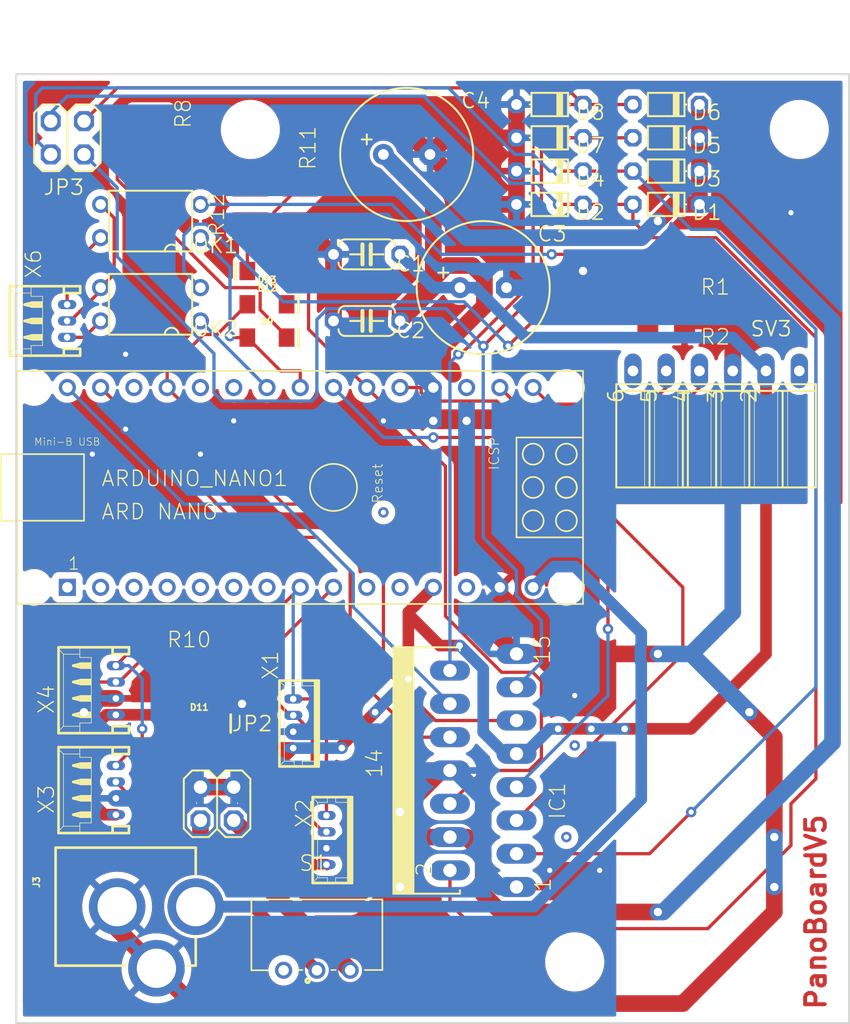
<source format=kicad_pcb>
(kicad_pcb (version 20211014) (generator pcbnew)
  (layers (0 "F.Cu" signal) (31 "B.Cu" signal) (34 "B.Paste" user) (35 "F.Paste" user) (36 "B.SilkS" user "B.Silkscreen") (37 "F.SilkS" user "F.Silkscreen") (38 "B.Mask" user) (39 "F.Mask" user) (44 "Edge.Cuts" user))
  (net 0 "")
  (net 1 "GND")
  (net 2 "V+")
  (net 3 "+5V")
  (net 4 "Net-(ARDUINO_NANO1-Pad8)")
  (net 5 "Net-(ARDUINO_NANO1-Pad9)")
  (net 6 "Net-(ARDUINO_NANO1-Pad15)")
  (net 7 "Net-(ARDUINO_NANO1-Pad16)")
  (net 8 "Net-(ARDUINO_NANO1-Pad17)")
  (net 9 "Net-(ARDUINO_NANO1-Pad20)")
  (net 10 "Net-(ARDUINO_NANO1-Pad21)")
  (net 11 "Net-(ARDUINO_NANO1-Pad22)")
  (net 12 "/SHUTTER_SNY")
  (net 13 "/FOCUS_SNY")
  (net 14 "Net-(ARDUINO_NANO1-Pad27)")
  (net 15 "Net-(ARDUINO_NANO1-Pad29)")
  (net 16 "Net-(ARDUINO_NANO1-Pad30)")
  (net 17 "Net-(D1-PadA)")
  (net 18 "Net-(D3-PadA)")
  (net 19 "Net-(D5-PadA)")
  (net 20 "Net-(D6-PadA)")
  (net 21 "Net-(D9-PadC)")
  (net 22 "Net-(D11-PadC)")
  (net 23 "Net-(D12-PadC)")
  (net 24 "Net-(D13-PadC)")
  (net 25 "Net-(OK1-Pad2)")
  (net 26 "Net-(OK1-Pad3)")
  (net 27 "Net-(OK1-Pad4)")
  (net 28 "Net-(OK2-Pad2)")
  (net 29 "Net-(OK2-Pad4)")
  (net 33 "Net-(JP2-Pad1)")
  (footprint "" (layer "F.Cu") (at 121.92 73.025)
    (fp_text reference "@HOLE0" hide)
    (fp_text value "")
  )
  (footprint "PanoBoardV4:R1210" (layer "F.Cu") (at 114.3 73.66 -90)
    (fp_text reference "R8")
    (fp_text value "220 ohm")
  )
  (footprint "PanoBoardV4:R1210" (layer "F.Cu") (at 121.92 78.74 90)
    (fp_text reference "R12")
    (fp_text value "220 ohm")
  )
  (footprint "PanoBoardV4:D-5" (layer "F.Cu") (at 153.67 76.2 180)
    (fp_text reference "D3")
    (fp_text value "DIODE-D-5")
  )
  (footprint "PanoBoardV4:LED-1206" (layer "F.Cu") (at 118.0211 118.3386)
    (fp_text reference "D11")
    (fp_text value "LED1206")
  )
  (footprint "PanoBoardV4:POWER_JACK_PTH" (layer "F.Cu") (at 104.0511 132.3086 -90)
    (fp_text reference "J3")
    (fp_text value "POWER_JACK")
  )
  (footprint "PanoBoardV4:2X02" (layer "F.Cu") (at 119.38 124.46)
    (fp_text reference "JP2")
    (fp_text value "PINHD-2X2")
  )
  (footprint "PanoBoardV4:D-5" (layer "F.Cu") (at 144.78 78.74 180)
    (fp_text reference "D2")
    (fp_text value "DIODE-D-5")
  )
  (footprint "PanoBoardV4:DIP4" (layer "F.Cu") (at 114.3 80.01 90)
    (fp_text reference "OK1")
    (fp_text value "SFH618?A")
  )
  (footprint "PanoBoardV4:LED-1206" (layer "F.Cu") (at 123.19 86.36)
    (fp_text reference "D12")
    (fp_text value "LED1206")
  )
  (footprint "PanoBoardV4:R1210" (layer "F.Cu") (at 153.67 83.82 180)
    (fp_text reference "R1")
    (fp_text value "220 ohm")
  )
  (footprint "PanoBoardV4:C050-024X044" (layer "F.Cu") (at 130.81 82.55 180)
    (fp_text reference "C1")
    (fp_text value "100nF")
  )
  (footprint "PanoBoardV4:E3,5-10" (layer "F.Cu") (at 133.858 74.93)
    (fp_text reference "C4")
    (fp_text value "CPOL-EUE3.5-10")
  )
  (footprint "PanoBoardV4:ARDUINO_NANO" (layer "F.Cu") (at 128.27 100.33)
    (fp_text reference "ARDUINO_NANO1")
    (fp_text value "ARD NANO")
  )
  (footprint "PanoBoardV4:LED-1206" (layer "F.Cu") (at 123.19 88.9)
    (fp_text reference "D9")
    (fp_text value "LED1206")
  )
  (footprint "PanoBoardV4:53048-04" (layer "F.Cu") (at 110.4011 115.7986 90)
    (fp_text reference "X4")
    (fp_text value "53?-04048")
  )
  (footprint "PanoBoardV4:D-5" (layer "F.Cu") (at 144.78 71.12 180)
    (fp_text reference "D8")
    (fp_text value "DIODE-D-5")
  )
  (footprint "PanoBoardV4:53048-04" (layer "F.Cu") (at 110.4011 123.4186 90)
    (fp_text reference "X3")
    (fp_text value "53?-04048")
  )
  (footprint "PanoBoardV4:53048-03" (layer "F.Cu") (at 106.68 87.63 90)
    (fp_text reference "X6")
    (fp_text value "53?-03048")
  )
  (footprint "PanoBoardV4:DIP4" (layer "F.Cu") (at 114.3 86.36 90)
    (fp_text reference "OK2")
    (fp_text value "SFH618?A")
  )
  (footprint "PanoBoardV4:D-5" (layer "F.Cu") (at 153.67 71.12 180)
    (fp_text reference "D6")
    (fp_text value "DIODE-D-5")
  )
  (footprint "PanoBoardV4:D-5" (layer "F.Cu") (at 153.67 73.66 180)
    (fp_text reference "D5")
    (fp_text value "DIODE-D-5")
  )
  (footprint "PanoBoardV4:FE06W" (layer "F.Cu") (at 157.48 91.44 180)
    (fp_text reference "SV3")
    (fp_text value "BlueSmirf Gold")
  )
  (footprint "PanoBoardV4:D-5" (layer "F.Cu") (at 144.78 76.2 180)
    (fp_text reference "D4")
    (fp_text value "DIODE-D-5")
  )
  (footprint "PanoBoardV4:2X02" (layer "F.Cu") (at 107.95 73.66)
    (fp_text reference "JP3")
    (fp_text value "PINHD-2X2")
  )
  (footprint "PanoBoardV4:E3,5-10" (layer "F.Cu") (at 139.7 85.09)
    (fp_text reference "C3")
    (fp_text value "CPOL-EUE3.5-10")
  )
  (footprint "PanoBoardV4:R1210" (layer "F.Cu") (at 118.0211 114.5286)
    (fp_text reference "R10")
    (fp_text value "1k")
  )
  (footprint "" (layer "F.Cu") (at 146.685 136.525)
    (fp_text reference "@HOLE3" hide)
    (fp_text value "")
  )
  (footprint "PanoBoardV4:450302014072" (layer "F.Cu") (at 127 137.16)
    (fp_text reference "S1")
    (fp_text value "450302014072")
  )
  (footprint "PanoBoardV4:53047-04" (layer "F.Cu") (at 125.6411 118.3386 90)
    (fp_text reference "X1")
    (fp_text value "53?-04047")
  )
  (footprint "" (layer "F.Cu") (at 163.83 73.025)
    (fp_text reference "@HOLE2" hide)
    (fp_text value "")
  )
  (footprint "PanoBoardV4:R1210" (layer "F.Cu") (at 125.73 78.74 -90)
    (fp_text reference "R11")
    (fp_text value "220 ohm")
  )
  (footprint "PanoBoardV4:53047-04" (layer "F.Cu") (at 128.1811 127.2286 90)
    (fp_text reference "X2")
    (fp_text value "53?-04047")
  )
  (footprint "PanoBoardV4:R1210" (layer "F.Cu") (at 153.67 87.63 180)
    (fp_text reference "R2")
    (fp_text value "220 ohm")
  )
  (footprint "PanoBoardV4:LED-1206" (layer "F.Cu") (at 123.19 83.82 180)
    (fp_text reference "D13")
    (fp_text value "LED1206")
  )
  (footprint "PanoBoardV4:MULTIWATT-15" (layer "F.Cu") (at 134.62 121.92 90)
    (fp_text reference "IC1")
    (fp_text value "L298")
  )
  (footprint "PanoBoardV4:D-5" (layer "F.Cu") (at 153.67 78.74 180)
    (fp_text reference "D1")
    (fp_text value "DIODE-D-5")
  )
  (footprint "PanoBoardV4:C050-024X044" (layer "F.Cu") (at 130.81 87.63 180)
    (fp_text reference "C2")
    (fp_text value "100nF")
  )
  (footprint "PanoBoardV4:D-5" (layer "F.Cu") (at 144.78 73.66 180)
    (fp_text reference "D7")
    (fp_text value "DIODE-D-5")
  )
  (gr_line (start 167.64 141.1986) (end 104.0511 141.1986) (layer "Edge.Cuts") (width 0.1524))
  (gr_line (start 104.0511 141.1986) (end 104.0511 68.8086) (layer "Edge.Cuts") (width 0.1524))
  (gr_line (start 104.0511 68.8086) (end 167.64 68.8086) (layer "Edge.Cuts") (width 0.1524))
  (gr_line (start 167.64 68.8086) (end 167.64 141.1986) (layer "Edge.Cuts") (width 0.1524))
  (gr_text "PanoBoardV5" (at 165.1 132.715 90) (layer "F.Cu") (effects (font (size 1.5 1.5) (thickness 0.3))))
  (via (at 132.08 102.235) (size 0.8) (drill 0.4) (layers "F.Cu" "B.Cu") (net 0))
  (via (at 146.05 127) (size 0.8) (drill 0.4) (layers "F.Cu" "B.Cu") (net 0))
  (via (at 146.685 120.015) (size 0.8) (drill 0.4) (layers "F.Cu" "B.Cu") (net 0))
  (segment (start 130.81 72.39) (end 133.096 72.39) (width 1.27) (layer "F.Cu") (net 1))
  (segment (start 128.27 82.55) (end 128.14 82.55) (width 1.27) (layer "F.Cu") (net 1))
  (segment (start 136.906 73.66) (end 135.636 74.93) (width 1.27) (layer "F.Cu") (net 1))
  (segment (start 139.065 139.7) (end 154.94 139.7) (width 1.27) (layer "F.Cu") (net 1))
  (segment (start 134.896441 135.531441) (end 139.065 139.7) (width 1.27) (layer "F.Cu") (net 1))
  (segment (start 142.24 84.328) (end 141.478 85.09) (width 1.27) (layer "F.Cu") (net 1))
  (segment (start 161.925 127) (end 161.925 119.38) (width 1.27) (layer "F.Cu") (net 1))
  (segment (start 158.75 91.44) (end 158.75 87.5) (width 1.27) (layer "F.Cu") (net 1))
  (segment (start 110.2714 116.4236) (end 109.22 117.475) (width 1.27) (layer "F.Cu") (net 1))
  (segment (start 121.92 77.34) (end 122.05 77.34) (width 1.27) (layer "F.Cu") (net 1))
  (segment (start 114.3 75.06) (end 119.64 75.06) (width 1.27) (layer "F.Cu") (net 1))
  (segment (start 111.7511 134.0086) (end 114.7511 137.0086) (width 1.27) (layer "F.Cu") (net 1))
  (segment (start 128.14 82.55) (end 125.73 80.14) (width 1.27) (layer "F.Cu") (net 1))
  (segment (start 111.6511 116.4236) (end 110.2714 116.4236) (width 1.27) (layer "F.Cu") (net 1))
  (segment (start 122.05 77.34) (end 124.46 74.93) (width 1.27) (layer "F.Cu") (net 1))
  (segment (start 142.24 73.66) (end 136.906 73.66) (width 1.27) (layer "F.Cu") (net 1))
  (segment (start 133.35 135.531441) (end 134.896441 135.531441) (width 1.27) (layer "F.Cu") (net 1))
  (segment (start 136.525 121.92) (end 133.35 125.095) (width 1.27) (layer "F.Cu") (net 1))
  (segment (start 129.181441 139.7) (end 117.4425 139.7) (width 1.27) (layer "F.Cu") (net 1))
  (segment (start 118.11 123.19) (end 120.65 123.19) (width 1.27) (layer "F.Cu") (net 1))
  (segment (start 142.24 78.74) (end 142.24 84.328) (width 1.27) (layer "F.Cu") (net 1))
  (segment (start 129.54 73.66) (end 130.81 72.39) (width 1.27) (layer "F.Cu") (net 1))
  (segment (start 119.64 75.06) (end 121.92 77.34) (width 1.27) (layer "F.Cu") (net 1))
  (segment (start 142.24 71.12) (end 142.24 73.66) (width 1.27) (layer "F.Cu") (net 1))
  (segment (start 142.24 78.74) (end 139.446 78.74) (width 1.27) (layer "F.Cu") (net 1))
  (segment (start 161.925 132.715) (end 161.925 130.81) (width 1.27) (layer "F.Cu") (net 1))
  (segment (start 142.24 76.2) (end 142.24 78.74) (width 1.27) (layer "F.Cu") (net 1))
  (segment (start 138.43 95.25) (end 135.89 95.25) (width 1.27) (layer "F.Cu") (net 1))
  (segment (start 154.94 139.7) (end 161.925 132.715) (width 1.27) (layer "F.Cu") (net 1))
  (segment (start 133.096 72.39) (end 135.636 74.93) (width 1.27) (layer "F.Cu") (net 1))
  (segment (start 133.35 130.81) (end 133.35 135.531441) (width 1.27) (layer "F.Cu") (net 1))
  (segment (start 137.16 121.92) (end 136.525 121.92) (width 1.27) (layer "F.Cu") (net 1))
  (segment (start 125.73 80.14) (end 126.28 80.14) (width 1.27) (layer "F.Cu") (net 1))
  (segment (start 128.27 74.93) (end 129.54 73.66) (width 1.27) (layer "F.Cu") (net 1))
  (segment (start 117.4425 139.7) (end 114.7511 137.0086) (width 1.27) (layer "F.Cu") (net 1))
  (segment (start 124.46 74.93) (end 128.27 74.93) (width 1.27) (layer "F.Cu") (net 1))
  (segment (start 111.7511 132.3086) (end 111.7511 134.0086) (width 1.27) (layer "F.Cu") (net 1))
  (segment (start 158.75 87.5) (end 155.07 83.82) (width 1.27) (layer "F.Cu") (net 1))
  (segment (start 139.446 78.74) (end 135.636 74.93) (width 1.27) (layer "F.Cu") (net 1))
  (segment (start 142.24 73.66) (end 142.24 76.2) (width 1.27) (layer "F.Cu") (net 1))
  (segment (start 158.62 87.63) (end 158.75 87.5) (width 1.27) (layer "F.Cu") (net 1))
  (segment (start 133.35 135.531441) (end 129.181441 139.7) (width 1.27) (layer "F.Cu") (net 1))
  (segment (start 119.4211 114.5286) (end 119.4211 114.9761) (width 1.27) (layer "F.Cu") (net 1))
  (segment (start 129.54 76.88) (end 129.54 73.66) (width 1.27) (layer "F.Cu") (net 1))
  (segment (start 119.4211 114.9761) (end 121.285 116.84) (width 1.27) (layer "F.Cu") (net 1))
  (segment (start 140.97 111.76) (end 142.24 113.03) (width 1.27) (layer "F.Cu") (net 1))
  (segment (start 153.035 113.03) (end 142.24 113.03) (width 1.27) (layer "F.Cu") (net 1))
  (segment (start 128.27 82.55) (end 128.27 87.63) (width 1.27) (layer "F.Cu") (net 1))
  (segment (start 126.28 80.14) (end 129.54 76.88) (width 1.27) (layer "F.Cu") (net 1))
  (segment (start 161.925 119.38) (end 160.02 117.475) (width 1.27) (layer "F.Cu") (net 1))
  (segment (start 140.97 107.95) (end 140.97 111.76) (width 1.27) (layer "F.Cu") (net 1))
  (segment (start 155.07 87.63) (end 158.62 87.63) (width 1.27) (layer "F.Cu") (net 1))
  (via (at 132.08 95.25) (size 0.8) (drill 0.4) (layers "F.Cu" "B.Cu") (net 1))
  (via (at 161.925 130.81) (size 1.0414) (drill 0.635) (layers "F.Cu" "B.Cu") (net 1))
  (via (at 118.11 97.79) (size 0.8) (drill 0.4) (layers "F.Cu" "B.Cu") (net 1))
  (via (at 161.925 127) (size 1.0414) (drill 0.635) (layers "F.Cu" "B.Cu") (net 1))
  (via (at 160.02 117.475) (size 1.0414) (drill 0.635) (layers "F.Cu" "B.Cu") (net 1))
  (via (at 112.395 95.885) (size 0.8) (drill 0.4) (layers "F.Cu" "B.Cu") (net 1))
  (via (at 109.22 117.475) (size 1.0414) (drill 0.635) (layers "F.Cu" "B.Cu") (net 1))
  (via (at 135.89 95.25) (size 1.0414) (drill 0.635) (layers "F.Cu" "B.Cu") (net 1))
  (via (at 147.32 83.82) (size 1.0414) (drill 0.635) (layers "F.Cu" "B.Cu") (net 1))
  (via (at 148.59 129.54) (size 0.8) (drill 0.4) (layers "F.Cu" "B.Cu") (net 1))
  (via (at 133.35 130.81) (size 1.0414) (drill 0.635) (layers "F.Cu" "B.Cu") (net 1))
  (via (at 144.78 129.54) (size 0.8) (drill 0.4) (layers "F.Cu" "B.Cu") (net 1))
  (via (at 121.285 116.84) (size 1.0414) (drill 0.635) (layers "F.Cu" "B.Cu") (net 1))
  (via (at 109.855 97.79) (size 0.8) (drill 0.4) (layers "F.Cu" "B.Cu") (net 1))
  (via (at 153.035 113.03) (size 1.0414) (drill 0.635) (layers "F.Cu" "B.Cu") (net 1))
  (via (at 138.43 95.25) (size 1.0414) (drill 0.635) (layers "F.Cu" "B.Cu") (net 1))
  (via (at 163.195 79.375) (size 0.8) (drill 0.4) (layers "F.Cu" "B.Cu") (net 1))
  (via (at 112.395 90.17) (size 0.8) (drill 0.4) (layers "F.Cu" "B.Cu") (net 1))
  (via (at 120.65 95.25) (size 0.8) (drill 0.4) (layers "F.Cu" "B.Cu") (net 1))
  (via (at 133.35 125.095) (size 1.0414) (drill 0.635) (layers "F.Cu" "B.Cu") (net 1))
  (via (at 146.685 116.205) (size 0.8) (drill 0.4) (layers "F.Cu" "B.Cu") (net 1))
  (segment (start 120.65 123.19) (end 125.3136 127.8536) (width 1.27) (layer "B.Cu") (net 1))
  (segment (start 137.572503 121.92) (end 137.16 121.92) (width 1.27) (layer "B.Cu") (net 1))
  (segment (start 139.7 124.047497) (end 137.572503 121.92) (width 1.27) (layer "B.Cu") (net 1))
  (segment (start 118.11 123.19) (end 117.2564 124.0436) (width 1.27) (layer "B.Cu") (net 1))
  (segment (start 161.925 130.81) (end 161.925 127) (width 1.27) (layer "B.Cu") (net 1))
  (segment (start 140.97 107.95) (end 138.43 105.41) (width 1.27) (layer "B.Cu") (net 1))
  (segment (start 117.2564 124.0436) (end 111.6511 124.0436) (width 1.27) (layer "B.Cu") (net 1))
  (segment (start 130.175 89.535) (end 128.27 87.63) (width 1.27) (layer "B.Cu") (net 1))
  (segment (start 134.62 121.92) (end 137.16 121.92) (width 1.27) (layer "B.Cu") (net 1))
  (segment (start 153.035 113.03) (end 155.575 113.03) (width 1.27) (layer "B.Cu") (net 1))
  (segment (start 133.35 125.095) (end 133.35 130.81) (width 1.27) (layer "B.Cu") (net 1))
  (segment (start 132.715 89.535) (end 130.175 89.535) (width 1.27) (layer "B.Cu") (net 1))
  (segment (start 139.7 129.54) (end 139.7 124.047497) (width 1.27) (layer "B.Cu") (net 1))
  (segment (start 135.89 95.25) (end 135.89 92.71) (width 1.27) (layer "B.Cu") (net 1))
  (segment (start 114.935 120.015) (end 118.11 123.19) (width 1.27) (layer "B.Cu") (net 1))
  (segment (start 127.7311 127.8536) (end 128.6864 127.8536) (width 1.27) (layer "B.Cu") (net 1))
  (segment (start 121.285 116.84) (end 121.285 122.555) (width 1.27) (layer "B.Cu") (net 1))
  (segment (start 125.1911 118.9636) (end 131.6636 118.9636) (width 1.27) (layer "B.Cu") (net 1))
  (segment (start 109.22 117.475) (end 111.76 120.015) (width 1.27) (layer "B.Cu") (net 1))
  (segment (start 131.6636 118.9636) (end 134.62 121.92) (width 1.27) (layer "B.Cu") (net 1))
  (segment (start 155.575 113.03) (end 158.75 109.855) (width 1.27) (layer "B.Cu") (net 1))
  (segment (start 140.97 130.81) (end 139.7 129.54) (width 1.27) (layer "B.Cu") (net 1))
  (segment (start 128.6864 127.8536) (end 134.62 121.92) (width 1.27) (layer "B.Cu") (net 1))
  (segment (start 158.75 109.855) (end 158.75 91.44) (width 1.27) (layer "B.Cu") (net 1))
  (segment (start 111.76 120.015) (end 114.935 120.015) (width 1.27) (layer "B.Cu") (net 1))
  (segment (start 146.05 85.09) (end 147.32 83.82) (width 1.27) (layer "B.Cu") (net 1))
  (segment (start 138.43 105.41) (end 138.43 95.25) (width 1.27) (layer "B.Cu") (net 1))
  (segment (start 142.24 130.81) (end 140.97 130.81) (width 1.27) (layer "B.Cu") (net 1))
  (segment (start 125.3136 127.8536) (end 127.7311 127.8536) (width 1.27) (layer "B.Cu") (net 1))
  (segment (start 141.478 85.09) (end 146.05 85.09) (width 1.27) (layer "B.Cu") (net 1))
  (segment (start 160.02 117.475) (end 155.575 113.03) (width 1.27) (layer "B.Cu") (net 1))
  (segment (start 135.89 92.71) (end 132.715 89.535) (width 1.27) (layer "B.Cu") (net 1))
  (segment (start 121.285 122.555) (end 120.65 123.19) (width 1.27) (layer "B.Cu") (net 1))
  (segment (start 139.78938 84.321912) (end 139.78938 86.497073) (width 1.27) (layer "F.Cu") (net 2))
  (segment (start 137.411122 91.691122) (end 137.303364 91.356911) (width 1.27) (layer "F.Cu") (net 2))
  (segment (start 136.91822 83.40138) (end 138.868848 83.40138) (width 1.27) (layer "F.Cu") (net 2))
  (segment (start 129.54 132.08) (end 134.62 127) (width 1.27) (layer "F.Cu") (net 2))
  (segment (start 156.21 76.2) (end 156.21 78.74) (width 1.27) (layer "F.Cu") (net 2))
  (segment (start 156.21 78.74) (end 154.305 78.74) (width 1.27) (layer "F.Cu") (net 2))
  (segment (start 156.21 71.12) (end 156.21 73.66) (width 1.27) (layer "F.Cu") (net 2))
  (segment (start 133.35 87.63) (end 133.35 86.9696) (width 1.27) (layer "F.Cu") (net 2))
  (segment (start 153.035 132.715) (end 141.048813 132.715) (width 1.27) (layer "F.Cu") (net 2))
  (segment (start 137.303364 91.583364) (end 137.411122 91.691122) (width 1.27) (layer "F.Cu") (net 2))
  (segment (start 133.35 86.9696) (end 136.91822 83.40138) (width 1.27) (layer "F.Cu") (net 2))
  (segment (start 138.43 127) (end 137.16 127) (width 1.27) (layer "F.Cu") (net 2))
  (segment (start 136.608089 90.888089) (end 137.411122 91.691122) (width 1.27) (layer "F.Cu") (net 2))
  (segment (start 138.868848 83.40138) (end 139.78938 84.321912) (width 1.27) (layer "F.Cu") (net 2))
  (segment (start 136.608089 89.678364) (end 136.608089 90.888089) (width 1.27) (layer "F.Cu") (net 2))
  (segment (start 135.89 78.74) (end 135.89 85.09) (width 1.27) (layer "F.Cu") (net 2))
  (segment (start 156.21 73.66) (end 156.21 76.2) (width 1.27) (layer "F.Cu") (net 2))
  (segment (start 139.78938 86.497073) (end 136.608089 89.678364) (width 1.27) (layer "F.Cu") (net 2))
  (segment (start 134.62 127) (end 137.16 127) (width 1.27) (layer "F.Cu") (net 2))
  (segment (start 154.305 78.74) (end 153.035 80.01) (width 1.27) (layer "F.Cu") (net 2))
  (segment (start 139.7 131.366187) (end 139.7 128.27) (width 1.27) (layer "F.Cu") (net 2))
  (segment (start 120.65 125.73) (end 127 132.08) (width 1.27) (layer "F.Cu") (net 2))
  (segment (start 141.048813 132.715) (end 139.7 131.366187) (width 1.27) (layer "F.Cu") (net 2))
  (segment (start 127 132.08) (end 129.54 132.08) (width 1.27) (layer "F.Cu") (net 2))
  (segment (start 139.7 128.27) (end 138.43 127) (width 1.27) (layer "F.Cu") (net 2))
  (segment (start 132.08 74.93) (end 135.89 78.74) (width 1.27) (layer "F.Cu") (net 2))
  (segment (start 137.303364 91.356911) (end 137.303364 91.583364) (width 1.27) (layer "F.Cu") (net 2))
  (segment (start 135.89 85.09) (end 133.35 87.63) (width 1.27) (layer "F.Cu") (net 2))
  (via (at 153.035 80.01) (size 1.0414) (drill 0.635) (layers "F.Cu" "B.Cu") (net 2))
  (via (at 153.035 132.715) (size 1.0414) (drill 0.635) (layers "F.Cu" "B.Cu") (net 2))
  (segment (start 157.48 78.74) (end 156.21 78.74) (width 1.27) (layer "B.Cu") (net 2))
  (segment (start 138.43 81.28) (end 132.08 74.93) (width 1.27) (layer "B.Cu") (net 2))
  (segment (start 153.035 80.01) (end 151.765 81.28) (width 1.27) (layer "B.Cu") (net 2))
  (segment (start 166.37 87.63) (end 157.48 78.74) (width 1.27) (layer "B.Cu") (net 2))
  (segment (start 151.765 81.28) (end 138.43 81.28) (width 1.27) (layer "B.Cu") (net 2))
  (segment (start 153.443547 132.715) (end 166.37 119.788547) (width 1.27) (layer "B.Cu") (net 2))
  (segment (start 166.37 119.788547) (end 166.37 87.63) (width 1.27) (layer "B.Cu") (net 2))
  (segment (start 153.035 132.715) (end 153.443547 132.715) (width 1.27) (layer "B.Cu") (net 2))
  (segment (start 147.955 118.745) (end 145.415 118.745) (width 0.889) (layer "F.Cu") (net 3))
  (segment (start 125.1911 120.2136) (end 124.46 120.9447) (width 0.889) (layer "F.Cu") (net 3))
  (segment (start 133.985 109.855) (end 135.89 107.95) (width 0.889) (layer "F.Cu") (net 3))
  (segment (start 111.6511 125.2936) (end 110.7621 125.2936) (width 0.889) (layer "F.Cu") (net 3))
  (segment (start 161.29 113.03) (end 161.29 91.44) (width 0.889) (layer "F.Cu") (net 3))
  (segment (start 128.905 120.2077) (end 128.905 120.015) (width 0.889) (layer "F.Cu") (net 3))
  (segment (start 150.495 118.745) (end 155.575 118.745) (width 0.889) (layer "F.Cu") (net 3))
  (segment (start 155.575 118.745) (end 161.29 113.03) (width 0.889) (layer "F.Cu") (net 3))
  (segment (start 118.377519 120.195019) (end 125.172519 120.195019) (width 0.889) (layer "F.Cu") (net 3))
  (segment (start 124.46 127) (end 126.5636 129.1036) (width 0.889) (layer "F.Cu") (net 3))
  (segment (start 110.7621 125.2936) (end 109.22 123.7515) (width 0.889) (layer "F.Cu") (net 3))
  (segment (start 133.985 114.935) (end 133.985 109.855) (width 0.889) (layer "F.Cu") (net 3))
  (segment (start 109.22 123.7515) (end 109.22 119.38) (width 0.889) (layer "F.Cu") (net 3))
  (segment (start 128.905 120.015) (end 131.445 117.475) (width 0.889) (layer "F.Cu") (net 3))
  (segment (start 115.8561 117.6736) (end 116.5211 118.3386) (width 0.889) (layer "F.Cu") (net 3))
  (segment (start 137.8941 112.395) (end 136.381905 112.395) (width 0.889) (layer "F.Cu") (net 3))
  (segment (start 110.9264 117.6736) (end 111.6511 117.6736) (width 0.889) (layer "F.Cu") (net 3))
  (segment (start 109.22 119.38) (end 110.9264 117.6736) (width 0.889) (layer "F.Cu") (net 3))
  (segment (start 116.5211 118.3386) (end 118.377519 120.195019) (width 0.889) (layer "F.Cu") (net 3))
  (segment (start 125.172519 120.195019) (end 125.1911 120.2136) (width 0.889) (layer "F.Cu") (net 3))
  (segment (start 126.5636 129.1036) (end 127.7311 129.1036) (width 0.889) (layer "F.Cu") (net 3))
  (segment (start 111.6511 117.6736) (end 115.8561 117.6736) (width 0.889) (layer "F.Cu") (net 3))
  (segment (start 133.985 109.998095) (end 133.985 109.855) (width 0.889) (layer "F.Cu") (net 3))
  (segment (start 124.46 120.9447) (end 124.46 127) (width 0.889) (layer "F.Cu") (net 3))
  (segment (start 136.381905 112.395) (end 133.985 109.998095) (width 0.889) (layer "F.Cu") (net 3))
  (via (at 133.985 114.935) (size 0.9144) (drill 0.508) (layers "F.Cu" "B.Cu") (net 3))
  (via (at 128.905 120.2077) (size 0.9144) (drill 0.508) (layers "F.Cu" "B.Cu") (net 3))
  (via (at 137.8941 112.395) (size 0.9144) (drill 0.508) (layers "F.Cu" "B.Cu") (net 3))
  (via (at 147.955 118.745) (size 0.9144) (drill 0.508) (layers "F.Cu" "B.Cu") (net 3))
  (via (at 131.445 117.475) (size 0.9144) (drill 0.508) (layers "F.Cu" "B.Cu") (net 3))
  (via (at 150.495 118.745) (size 0.9144) (drill 0.508) (layers "F.Cu" "B.Cu") (net 3))
  (via (at 145.415 118.745) (size 0.9144) (drill 0.508) (layers "F.Cu" "B.Cu") (net 3))
  (segment (start 142.24 120.65) (end 141.351 120.65) (width 0.889) (layer "B.Cu") (net 3))
  (segment (start 139.7 114.935) (end 139.7 114.156905) (width 0.889) (layer "B.Cu") (net 3))
  (segment (start 158.75 88.9) (end 142.9385 88.9) (width 0.889) (layer "B.Cu") (net 3))
  (segment (start 139.7 114.156905) (end 137.938095 112.395) (width 0.889) (layer "B.Cu") (net 3))
  (segment (start 139.7 118.999) (end 139.7 114.935) (width 0.889) (layer "B.Cu") (net 3))
  (segment (start 142.875 120.65) (end 142.24 120.65) (width 0.889) (layer "B.Cu") (net 3))
  (segment (start 137.938095 112.395) (end 137.8941 112.395) (width 0.889) (layer "B.Cu") (net 3))
  (segment (start 161.29 91.44) (end 158.75 88.9) (width 0.889) (layer "B.Cu") (net 3))
  (segment (start 145.415 118.745) (end 144.78 118.745) (width 0.889) (layer "B.Cu") (net 3))
  (segment (start 137.922 85.09) (end 135.89 85.09) (width 0.889) (layer "B.Cu") (net 3))
  (segment (start 131.445 117.475) (end 133.985 114.935) (width 0.889) (layer "B.Cu") (net 3))
  (segment (start 125.1911 120.2136) (end 128.8991 120.2136) (width 0.889) (layer "B.Cu") (net 3))
  (segment (start 135.89 85.09) (end 133.35 82.55) (width 0.889) (layer "B.Cu") (net 3))
  (segment (start 142.9385 88.9) (end 139.1285 85.09) (width 0.889) (layer "B.Cu") (net 3))
  (segment (start 139.1285 85.09) (end 137.922 85.09) (width 0.889) (layer "B.Cu") (net 3))
  (segment (start 144.78 118.745) (end 142.875 120.65) (width 0.889) (layer "B.Cu") (net 3))
  (segment (start 142.24 120.65) (end 143.129 120.65) (width 0.889) (layer "B.Cu") (net 3))
  (segment (start 150.495 118.745) (end 147.955 118.745) (width 0.889) (layer "B.Cu") (net 3))
  (segment (start 128.8991 120.2136) (end 128.905 120.2077) (width 0.889) (layer "B.Cu") (net 3))
  (segment (start 141.351 120.65) (end 139.7 118.999) (width 0.889) (layer "B.Cu") (net 3))
  (segment (start 121.92 111.76) (end 125.73 107.95) (width 0.25) (layer "F.Cu") (net 4))
  (segment (start 113.665 119.5297) (end 113.665 119.38) (width 0.25) (layer "F.Cu") (net 4))
  (segment (start 113.8147 111.76) (end 121.92 111.76) (width 0.25) (layer "F.Cu") (net 4))
  (segment (start 111.6511 121.5436) (end 113.665 119.5297) (width 0.25) (layer "F.Cu") (net 4))
  (segment (start 113.665 119.38) (end 113.665 118.745) (width 0.25) (layer "F.Cu") (net 4))
  (segment (start 126.6236 116.4636) (end 125.1911 116.4636) (width 0.25) (layer "F.Cu") (net 4))
  (segment (start 111.6511 113.9236) (end 113.8147 111.76) (width 0.25) (layer "F.Cu") (net 4))
  (segment (start 127.7311 125.3536) (end 127.7311 117.5711) (width 0.25) (layer "F.Cu") (net 4))
  (segment (start 127.7311 117.5711) (end 126.6236 116.4636) (width 0.25) (layer "F.Cu") (net 4))
  (via (at 113.665 118.745) (size 0.8) (drill 0.4) (layers "F.Cu" "B.Cu") (net 4))
  (segment (start 112.6536 113.9236) (end 111.6511 113.9236) (width 0.25) (layer "B.Cu") (net 4))
  (segment (start 125.1911 116.4636) (end 125.1911 108.4889) (width 0.25) (layer "B.Cu") (net 4))
  (segment (start 125.1911 108.4889) (end 125.73 107.95) (width 0.25) (layer "B.Cu") (net 4))
  (segment (start 113.665 114.935) (end 112.6536 113.9236) (width 0.25) (layer "B.Cu") (net 4))
  (segment (start 113.665 118.745) (end 113.665 114.935) (width 0.25) (layer "B.Cu") (net 4))
  (segment (start 113.03 124.1725) (end 113.03 126.365) (width 0.25) (layer "F.Cu") (net 5))
  (segment (start 126.643958 119.023958) (end 125.3336 117.7136) (width 0.25) (layer "F.Cu") (net 5))
  (segment (start 111.6511 122.7936) (end 113.03 124.1725) (width 0.25) (layer "F.Cu") (net 5))
  (segment (start 111.6511 115.1736) (end 111.9011 115.1736) (width 0.25) (layer "F.Cu") (net 5))
  (segment (start 121.92 114.3) (end 121.92 114.6925) (width 0.25) (layer "F.Cu") (net 5))
  (segment (start 127.7311 126.6036) (end 127.4811 126.6036) (width 0.25) (layer "F.Cu") (net 5))
  (segment (start 113.03 126.365) (end 112.395 127) (width 0.25) (layer "F.Cu") (net 5))
  (segment (start 111.9011 115.1736) (end 114.81118 112.26352) (width 0.25) (layer "F.Cu") (net 5))
  (segment (start 107.95 125.73) (end 107.95 116.84) (width 0.25) (layer "F.Cu") (net 5))
  (segment (start 119.88352 112.26352) (end 121.92 114.3) (width 0.25) (layer "F.Cu") (net 5))
  (segment (start 126.643958 125.766458) (end 126.643958 119.023958) (width 0.25) (layer "F.Cu") (net 5))
  (segment (start 109.6164 115.1736) (end 111.6511 115.1736) (width 0.25) (layer "F.Cu") (net 5))
  (segment (start 121.92 114.6925) (end 124.9411 117.7136) (width 0.25) (layer "F.Cu") (net 5))
  (segment (start 107.95 116.84) (end 109.6164 115.1736) (width 0.25) (layer "F.Cu") (net 5))
  (segment (start 128.27 107.95) (end 121.92 114.3) (width 0.25) (layer "F.Cu") (net 5))
  (segment (start 109.22 127) (end 107.95 125.73) (width 0.25) (layer "F.Cu") (net 5))
  (segment (start 114.81118 112.26352) (end 119.88352 112.26352) (width 0.25) (layer "F.Cu") (net 5))
  (segment (start 112.395 127) (end 109.22 127) (width 0.25) (layer "F.Cu") (net 5))
  (segment (start 125.3336 117.7136) (end 125.1911 117.7136) (width 0.25) (layer "F.Cu") (net 5))
  (segment (start 124.9411 117.7136) (end 125.1911 117.7136) (width 0.25) (layer "F.Cu") (net 5))
  (segment (start 127.4811 126.6036) (end 126.643958 125.766458) (width 0.25) (layer "F.Cu") (net 5))
  (segment (start 127 137.16) (end 122.1486 132.3086) (width 0.889) (layer "F.Cu") (net 6))
  (segment (start 122.1486 132.3086) (end 117.7511 132.3086) (width 0.889) (layer "F.Cu") (net 6))
  (segment (start 143.56818 132.3086) (end 151.765 124.11178) (width 0.889) (layer "B.Cu") (net 6))
  (segment (start 151.765 124.11178) (end 151.765 113.645174) (width 0.889) (layer "B.Cu") (net 6))
  (segment (start 146.70571 106.366979) (end 145.093021 106.366979) (width 0.889) (layer "B.Cu") (net 6))
  (segment (start 145.093021 106.366979) (end 143.51 107.95) (width 0.889) (layer "B.Cu") (net 6))
  (segment (start 117.7511 132.3086) (end 143.56818 132.3086) (width 0.889) (layer "B.Cu") (net 6))
  (segment (start 151.765 112.414826) (end 151.765 111.426269) (width 0.889) (layer "B.Cu") (net 6))
  (segment (start 151.765 113.645174) (end 151.70198 113.582154) (width 0.889) (layer "B.Cu") (net 6))
  (segment (start 151.70198 113.582154) (end 151.70198 112.477846) (width 0.889) (layer "B.Cu") (net 6))
  (segment (start 151.70198 112.477846) (end 151.765 112.414826) (width 0.889) (layer "B.Cu") (net 6))
  (segment (start 151.765 111.426269) (end 146.70571 106.366979) (width 0.889) (layer "B.Cu") (net 6))
  (segment (start 143.51 92.71) (end 144.78 93.98) (width 0.25) (layer "F.Cu") (net 7))
  (segment (start 152.4 93.98) (end 153.67 92.71) (width 0.25) (layer "F.Cu") (net 7))
  (segment (start 153.67 92.71) (end 153.67 91.44) (width 0.25) (layer "F.Cu") (net 7))
  (segment (start 144.78 93.98) (end 152.4 93.98) (width 0.25) (layer "F.Cu") (net 7))
  (segment (start 156.21 92.71) (end 156.21 91.44) (width 0.25) (layer "F.Cu") (net 8))
  (segment (start 140.97 92.71) (end 142.743519 94.483519) (width 0.25) (layer "F.Cu") (net 8))
  (segment (start 142.743519 94.483519) (end 154.436481 94.483519) (width 0.25) (layer "F.Cu") (net 8))
  (segment (start 154.436481 94.483519) (end 156.21 92.71) (width 0.25) (layer "F.Cu") (net 8))
  (segment (start 140.732511 93.742511) (end 135.606003 93.742511) (width 0.25) (layer "F.Cu") (net 9))
  (segment (start 135.606003 93.742511) (end 134.959089 93.095597) (width 0.25) (layer "F.Cu") (net 9))
  (segment (start 154.94 113.03) (end 154.94 107.95) (width 0.25) (layer "F.Cu") (net 9))
  (segment (start 134.959089 93.095597) (end 134.959089 92.71) (width 0.25) (layer "F.Cu") (net 9))
  (segment (start 154.94 107.95) (end 140.732511 93.742511) (width 0.25) (layer "F.Cu") (net 9))
  (segment (start 142.24 125.73) (end 154.94 113.03) (width 0.25) (layer "F.Cu") (net 9))
  (segment (start 134.959089 92.71) (end 133.35 92.71) (width 0.25) (layer "F.Cu") (net 9))
  (segment (start 126.365 88.265) (end 126.365 85.495) (width 0.25) (layer "F.Cu") (net 10))
  (segment (start 136.820911 110.150911) (end 136.820911 98.720911) (width 0.25) (layer "F.Cu") (net 10))
  (segment (start 139.7 121.92) (end 143.201254 121.92) (width 0.25) (layer "F.Cu") (net 10))
  (segment (start 137.16 124.46) (end 139.7 121.92) (width 0.25) (layer "F.Cu") (net 10))
  (segment (start 143.474418 114.42948) (end 141.09948 114.42948) (width 0.25) (layer "F.Cu") (net 10))
  (segment (start 130.81 92.71) (end 126.365 88.265) (width 0.25) (layer "F.Cu") (net 10))
  (segment (start 126.365 85.495) (end 124.69 83.82) (width 0.25) (layer "F.Cu") (net 10))
  (segment (start 136.820911 98.720911) (end 130.81 92.71) (width 0.25) (layer "F.Cu") (net 10))
  (segment (start 143.201254 121.92) (end 144.14252 120.978734) (width 0.25) (layer "F.Cu") (net 10))
  (segment (start 144.14252 115.097582) (end 143.474418 114.42948) (width 0.25) (layer "F.Cu") (net 10))
  (segment (start 144.14252 120.978734) (end 144.14252 115.097582) (width 0.25) (layer "F.Cu") (net 10))
  (segment (start 141.09948 114.42948) (end 136.820911 110.150911) (width 0.25) (layer "F.Cu") (net 10))
  (segment (start 149.225 111.125) (end 149.225 105.41) (width 0.25) (layer "F.Cu") (net 11))
  (segment (start 140.335 96.52) (end 135.89 96.52) (width 0.25) (layer "F.Cu") (net 11))
  (segment (start 149.225 105.41) (end 140.97 97.155) (width 0.25) (layer "F.Cu") (net 11))
  (segment (start 140.97 97.155) (end 140.335 96.52) (width 0.25) (layer "F.Cu") (net 11))
  (via (at 135.89 96.52) (size 0.8) (drill 0.4) (layers "F.Cu" "B.Cu") (net 11))
  (via (at 149.225 111.125) (size 0.8) (drill 0.4) (layers "F.Cu" "B.Cu") (net 11))
  (segment (start 135.89 96.52) (end 132.08 96.52) (width 0.25) (layer "B.Cu") (net 11))
  (segment (start 142.24 123.19) (end 149.225 116.205) (width 0.25) (layer "B.Cu") (net 11))
  (segment (start 132.08 96.52) (end 128.27 92.71) (width 0.25) (layer "B.Cu") (net 11))
  (segment (start 149.225 116.205) (end 149.225 111.125) (width 0.25) (layer "B.Cu") (net 11))
  (segment (start 125.73 92.71) (end 125.73 91.44) (width 0.25) (layer "F.Cu") (net 12))
  (segment (start 120.480966 88.9) (end 120.365966 88.785) (width 0.25) (layer "F.Cu") (net 12))
  (segment (start 124.23 91.44) (end 121.69 88.9) (width 0.25) (layer "F.Cu") (net 12))
  (segment (start 125.73 91.44) (end 124.23 91.44) (width 0.25) (layer "F.Cu") (net 12))
  (segment (start 121.69 88.9) (end 120.480966 88.9) (width 0.25) (layer "F.Cu") (net 12))
  (via (at 120.365966 88.785) (size 0.8) (drill 0.4) (layers "F.Cu" "B.Cu") (net 12))
  (segment (start 120.365966 88.785) (end 120.365966 83.535966) (width 0.25) (layer "B.Cu") (net 12))
  (segment (start 120.365966 83.535966) (end 118.11 81.28) (width 0.25) (layer "B.Cu") (net 12))
  (segment (start 123.19 92.71) (end 118.11 87.63) (width 0.25) (layer "B.Cu") (net 13))
  (segment (start 119.387489 88.662511) (end 121.69 86.36) (width 0.25) (layer "F.Cu") (net 14))
  (segment (start 115.57 92.71) (end 115.57 91.44) (width 0.25) (layer "F.Cu") (net 14))
  (segment (start 124.46 101.6) (end 127 101.6) (width 0.25) (layer "F.Cu") (net 14))
  (segment (start 132.08 106.68) (end 132.08 114.134938) (width 0.25) (layer "F.Cu") (net 14))
  (segment (start 115.57 92.71) (end 124.46 101.6) (width 0.25) (layer "F.Cu") (net 14))
  (segment (start 132.08 114.134938) (end 136.055062 118.11) (width 0.25) (layer "F.Cu") (net 14))
  (segment (start 127 101.6) (end 132.08 106.68) (width 0.25) (layer "F.Cu") (net 14))
  (segment (start 136.055062 118.11) (end 142.24 118.11) (width 0.25) (layer "F.Cu") (net 14))
  (segment (start 115.57 91.44) (end 118.347489 88.662511) (width 0.25) (layer "F.Cu") (net 14))
  (segment (start 118.347489 88.662511) (end 119.387489 88.662511) (width 0.25) (layer "F.Cu") (net 14))
  (segment (start 129.54 114.3) (end 134.62 119.38) (width 0.25) (layer "F.Cu") (net 15))
  (segment (start 127 104.14) (end 129.54 106.68) (width 0.25) (layer "F.Cu") (net 15))
  (segment (start 134.62 119.38) (end 137.16 119.38) (width 0.25) (layer "F.Cu") (net 15))
  (segment (start 110.49 92.71) (end 121.92 104.14) (width 0.25) (layer "F.Cu") (net 15))
  (segment (start 121.92 104.14) (end 127 104.14) (width 0.25) (layer "F.Cu") (net 15))
  (segment (start 129.54 106.68) (end 129.54 111.76) (width 0.25) (layer "F.Cu") (net 15))
  (segment (start 129.54 111.76) (end 129.54 114.3) (width 0.25) (layer "F.Cu") (net 15))
  (segment (start 116.84 101.6) (end 124.46 101.6) (width 0.25) (layer "B.Cu") (net 16))
  (segment (start 124.46 101.6) (end 129.777489 106.917489) (width 0.25) (layer "B.Cu") (net 16))
  (segment (start 129.777489 109.457489) (end 137.16 116.84) (width 0.25) (layer "B.Cu") (net 16))
  (segment (start 107.95 92.71) (end 116.84 101.6) (width 0.25) (layer "B.Cu") (net 16))
  (segment (start 129.777489 106.917489) (end 129.777489 109.457489) (width 0.25) (layer "B.Cu") (net 16))
  (segment (start 152.4 81.28) (end 151.13 80.01) (width 0.25) (layer "F.Cu") (net 17))
  (segment (start 147.32 78.74) (end 145.415 78.74) (width 0.25) (layer "F.Cu") (net 17))
  (segment (start 137.16 129.54) (end 137.16 132.08) (width 0.25) (layer "F.Cu") (net 17))
  (segment (start 163.195 127.635) (end 163.195 124.46) (width 0.25) (layer "F.Cu") (net 17))
  (segment (start 165.1 122.555) (end 165.1 88.9) (width 0.25) (layer "F.Cu") (net 17))
  (segment (start 157.48 81.28) (end 152.4 81.28) (width 0.25) (layer "F.Cu") (net 17))
  (segment (start 139.065 133.985) (end 156.845 133.985) (width 0.25) (layer "F.Cu") (net 17))
  (segment (start 156.845 133.985) (end 163.195 127.635) (width 0.25) (layer "F.Cu") (net 17))
  (segment (start 165.1 88.9) (end 157.48 81.28) (width 0.25) (layer "F.Cu") (net 17))
  (segment (start 151.13 78.74) (end 147.32 78.74) (width 0.25) (layer "F.Cu") (net 17))
  (segment (start 151.13 80.01) (end 151.13 78.74) (width 0.25) (layer "F.Cu") (net 17))
  (segment (start 163.195 124.46) (end 165.1 122.555) (width 0.25) (layer "F.Cu") (net 17))
  (segment (start 137.16 132.08) (end 139.065 133.985) (width 0.25) (layer "F.Cu") (net 17))
  (via (at 145.415 78.74) (size 0.8) (drill 0.4) (layers "F.Cu" "B.Cu") (net 17))
  (segment (start 145.415 78.74) (end 143.81232 77.13732) (width 0.25) (layer "B.Cu") (net 17))
  (segment (start 135.255 70.485) (end 107.95 70.485) (width 0.25) (layer "B.Cu") (net 17))
  (segment (start 141.795096 77.13732) (end 135.255 70.597224) (width 0.25) (layer "B.Cu") (net 17))
  (segment (start 107.95 70.485) (end 106.68 71.755) (width 0.25) (layer "B.Cu") (net 17))
  (segment (start 106.68 71.755) (end 106.68 72.39) (width 0.25) (layer "B.Cu") (net 17))
  (segment (start 143.81232 77.13732) (end 141.795096 77.13732) (width 0.25) (layer "B.Cu") (net 17))
  (segment (start 135.255 70.597224) (end 135.255 70.485) (width 0.25) (layer "B.Cu") (net 17))
  (segment (start 152.4 128.27) (end 142.24 128.27) (width 0.25) (layer "F.Cu") (net 18))
  (segment (start 155.575 125.095) (end 152.4 128.27) (width 0.25) (layer "F.Cu") (net 18))
  (segment (start 151.13 76.2) (end 147.32 76.2) (width 0.25) (layer "F.Cu") (net 18))
  (segment (start 147.32 76.2) (end 145.415 76.2) (width 0.25) (layer "F.Cu") (net 18))
  (via (at 155.575 125.095) (size 0.8) (drill 0.4) (layers "F.Cu" "B.Cu") (net 18))
  (via (at 145.415 76.2) (size 0.8) (drill 0.4) (layers "F.Cu" "B.Cu") (net 18))
  (segment (start 165.1 115.57) (end 165.1 88.265) (width 0.25) (layer "B.Cu") (net 18))
  (segment (start 144.78 76.2) (end 143.51 74.93) (width 0.25) (layer "B.Cu") (net 18))
  (segment (start 137.047776 69.85) (end 106.045 69.85) (width 0.25) (layer "B.Cu") (net 18))
  (segment (start 157.48 80.645) (end 155.575 80.645) (width 0.25) (layer "B.Cu") (net 18))
  (segment (start 165.1 88.265) (end 157.48 80.645) (width 0.25) (layer "B.Cu") (net 18))
  (segment (start 105.53948 73.78948) (end 106.68 74.93) (width 0.25) (layer "B.Cu") (net 18))
  (segment (start 155.575 125.095) (end 165.1 115.57) (width 0.25) (layer "B.Cu") (net 18))
  (segment (start 105.53948 70.35552) (end 105.53948 73.78948) (width 0.25) (layer "B.Cu") (net 18))
  (segment (start 145.415 76.2) (end 144.78 76.2) (width 0.25) (layer "B.Cu") (net 18))
  (segment (start 106.045 69.85) (end 105.53948 70.35552) (width 0.25) (layer "B.Cu") (net 18))
  (segment (start 155.575 80.645) (end 151.13 76.2) (width 0.25) (layer "B.Cu") (net 18))
  (segment (start 143.51 74.93) (end 142.127776 74.93) (width 0.25) (layer "B.Cu") (net 18))
  (segment (start 142.127776 74.93) (end 137.047776 69.85) (width 0.25) (layer "B.Cu") (net 18))
  (segment (start 144.145 85.11574) (end 139.71287 89.54787) (width 0.25) (layer "F.Cu") (net 19))
  (segment (start 144.78 73.66) (end 144.145 74.295) (width 0.25) (layer "F.Cu") (net 19))
  (segment (start 144.145 74.295) (end 144.145 85.11574) (width 0.25) (layer "F.Cu") (net 19))
  (segment (start 147.32 73.66) (end 144.78 73.66) (width 0.25) (layer "F.Cu") (net 19))
  (segment (start 151.13 73.66) (end 147.32 73.66) (width 0.25) (layer "F.Cu") (net 19))
  (via (at 139.71287 89.54787) (size 0.8) (drill 0.4) (layers "F.Cu" "B.Cu") (net 19))
  (segment (start 139.71287 89.54787) (end 136.85768 86.69268) (width 0.25) (layer "B.Cu") (net 19))
  (segment (start 144.145 113.665) (end 142.24 115.57) (width 0.25) (layer "B.Cu") (net 19))
  (segment (start 119.777511 93.742511) (end 119.142511 93.107511) (width 0.25) (layer "B.Cu") (net 19))
  (segment (start 139.7 104.14) (end 142.24 106.68) (width 0.25) (layer "B.Cu") (net 19))
  (segment (start 119.142511 93.107511) (end 119.142511 90.122703) (width 0.25) (layer "B.Cu") (net 19))
  (segment (start 139.7 89.56074) (end 139.7 104.14) (width 0.25) (layer "B.Cu") (net 19))
  (segment (start 142.24 106.68) (end 142.24 108.585) (width 0.25) (layer "B.Cu") (net 19))
  (segment (start 136.85768 86.69268) (end 127.825096 86.69268) (width 0.25) (layer "B.Cu") (net 19))
  (segment (start 127 93.345) (end 126.602489 93.742511) (width 0.25) (layer "B.Cu") (net 19))
  (segment (start 111.76 82.740192) (end 111.76 77.47) (width 0.25) (layer "B.Cu") (net 19))
  (segment (start 119.142511 90.122703) (end 111.76 82.740192) (width 0.25) (layer "B.Cu") (net 19))
  (segment (start 142.24 108.585) (end 144.145 110.49) (width 0.25) (layer "B.Cu") (net 19))
  (segment (start 127 87.517776) (end 127 93.345) (width 0.25) (layer "B.Cu") (net 19))
  (segment (start 127.825096 86.69268) (end 127 87.517776) (width 0.25) (layer "B.Cu") (net 19))
  (segment (start 139.71287 89.54787) (end 139.7 89.56074) (width 0.25) (layer "B.Cu") (net 19))
  (segment (start 144.145 110.49) (end 144.145 113.665) (width 0.25) (layer "B.Cu") (net 19))
  (segment (start 111.76 77.47) (end 109.22 74.93) (width 0.25) (layer "B.Cu") (net 19))
  (segment (start 126.602489 93.742511) (end 119.777511 93.742511) (width 0.25) (layer "B.Cu") (net 19))
  (segment (start 111.76 69.85) (end 109.22 72.39) (width 0.25) (layer "F.Cu") (net 20))
  (segment (start 147.32 71.12) (end 144.145 71.12) (width 0.25) (layer "F.Cu") (net 20))
  (segment (start 147.32 71.12) (end 146.05 69.85) (width 0.25) (layer "F.Cu") (net 20))
  (segment (start 143.51 84.649774) (end 137.989774 90.17) (width 0.25) (layer "F.Cu") (net 20))
  (segment (start 151.13 71.12) (end 147.32 71.12) (width 0.25) (layer "F.Cu") (net 20))
  (segment (start 143.51 71.755) (end 143.51 84.649774) (width 0.25) (layer "F.Cu") (net 20))
  (segment (start 137.989774 90.17) (end 137.795 90.17) (width 0.25) (layer "F.Cu") (net 20))
  (segment (start 144.145 71.12) (end 143.51 71.755) (width 0.25) (layer "F.Cu") (net 20))
  (segment (start 146.05 69.85) (end 111.76 69.85) (width 0.25) (layer "F.Cu") (net 20))
  (via (at 137.795 90.17) (size 0.8) (drill 0.4) (layers "F.Cu" "B.Cu") (net 20))
  (segment (start 137.16 90.805) (end 137.16 114.3) (width 0.25) (layer "B.Cu") (net 20))
  (segment (start 137.795 90.17) (end 137.16 90.805) (width 0.25) (layer "B.Cu") (net 20))
  (segment (start 124.69 88.8) (end 122.668511 86.778511) (width 0.25) (layer "F.Cu") (net 21))
  (segment (start 120.015 85.09) (end 111.76 76.835) (width 0.25) (layer "F.Cu") (net 21))
  (segment (start 112.525 72.26) (end 114.3 72.26) (width 0.25) (layer "F.Cu") (net 21))
  (segment (start 122.668511 85.281489) (end 122.477022 85.09) (width 0.25) (layer "F.Cu") (net 21))
  (segment (start 124.69 88.9) (end 124.69 88.8) (width 0.25) (layer "F.Cu") (net 21))
  (segment (start 111.76 73.025) (end 112.525 72.26) (width 0.25) (layer "F.Cu") (net 21))
  (segment (start 122.477022 85.09) (end 120.015 85.09) (width 0.25) (layer "F.Cu") (net 21))
  (segment (start 111.76 76.835) (end 111.76 73.025) (width 0.25) (layer "F.Cu") (net 21))
  (segment (start 122.668511 86.778511) (end 122.668511 85.281489) (width 0.25) (layer "F.Cu") (net 21))
  (segment (start 119.5211 118.3386) (end 119.5211 117.4286) (width 0.25) (layer "F.Cu") (net 22))
  (segment (start 119.5211 117.4286) (end 116.6211 114.5286) (width 0.25) (layer "F.Cu") (net 22))
  (segment (start 123.711489 85.381489) (end 123.711489 79.358511) (width 0.25) (layer "F.Cu") (net 23))
  (segment (start 124.69 86.36) (end 123.711489 85.381489) (width 0.25) (layer "F.Cu") (net 23))
  (segment (start 123.711489 79.358511) (end 125.73 77.34) (width 0.25) (layer "F.Cu") (net 23))
  (segment (start 121.69 83.82) (end 121.69 80.37) (width 0.25) (layer "F.Cu") (net 24))
  (segment (start 121.69 80.37) (end 121.92 80.14) (width 0.25) (layer "F.Cu") (net 24))
  (segment (start 148.59 82.55) (end 144.9235 82.55) (width 0.25) (layer "F.Cu") (net 25))
  (segment (start 152.27 83.82) (end 149.86 83.82) (width 0.25) (layer "F.Cu") (net 25))
  (segment (start 149.86 83.82) (end 148.59 82.55) (width 0.25) (layer "F.Cu") (net 25))
  (via (at 144.9235 82.55) (size 0.8) (drill 0.4) (layers "F.Cu" "B.Cu") (net 25))
  (segment (start 144.9235 82.55) (end 136.525 82.55) (width 0.25) (layer "B.Cu") (net 25))
  (segment (start 132.715 78.74) (end 118.11 78.74) (width 0.25) (layer "B.Cu") (net 25))
  (segment (start 136.525 82.55) (end 132.715 78.74) (width 0.25) (layer "B.Cu") (net 25))
  (segment (start 108.18 87.63) (end 110.49 85.32) (width 0.25) (layer "F.Cu") (net 26))
  (segment (start 111.522511 84.057489) (end 111.522511 79.772511) (width 0.25) (layer "F.Cu") (net 26))
  (segment (start 110.49 85.32) (end 110.49 85.09) (width 0.25) (layer "F.Cu") (net 26))
  (segment (start 110.49 85.09) (end 111.522511 84.057489) (width 0.25) (layer "F.Cu") (net 26))
  (segment (start 107.93 87.63) (end 108.18 87.63) (width 0.25) (layer "F.Cu") (net 26))
  (segment (start 111.522511 79.772511) (end 110.49 78.74) (width 0.25) (layer "F.Cu") (net 26))
  (segment (start 107.93 86.38) (end 107.93 83.84) (width 0.25) (layer "F.Cu") (net 27))
  (segment (start 107.93 83.84) (end 110.49 81.28) (width 0.25) (layer "F.Cu") (net 27))
  (segment (start 143.51 87.63) (end 141.605 89.535) (width 0.25) (layer "F.Cu") (net 28))
  (segment (start 152.27 87.63) (end 143.51 87.63) (width 0.25) (layer "F.Cu") (net 28))
  (via (at 141.605 89.535) (size 0.8) (drill 0.4) (layers "F.Cu" "B.Cu") (net 28))
  (segment (start 138.237011 86.167011) (end 124.457203 86.167011) (width 0.25) (layer "B.Cu") (net 28))
  (segment (start 116.84 81.089808) (end 116.84 83.82) (width 0.25) (layer "B.Cu") (net 28))
  (segment (start 124.457203 86.167011) (end 118.537681 80.247489) (width 0.25) (layer "B.Cu") (net 28))
  (segment (start 141.605 89.535) (end 138.237011 86.167011) (width 0.25) (layer "B.Cu") (net 28))
  (segment (start 117.682319 80.247489) (end 116.84 81.089808) (width 0.25) (layer "B.Cu") (net 28))
  (segment (start 116.84 83.82) (end 118.11 85.09) (width 0.25) (layer "B.Cu") (net 28))
  (segment (start 118.537681 80.247489) (end 117.682319 80.247489) (width 0.25) (layer "B.Cu") (net 28))
  (segment (start 107.93 88.88) (end 109.24 88.88) (width 0.25) (layer "F.Cu") (net 29))
  (segment (start 109.24 88.88) (end 110.49 87.63) (width 0.25) (layer "F.Cu") (net 29))
  (segment (start 119.38 129.54) (end 118.11 128.27) (width 1.27) (layer "F.Cu") (net 33))
  (segment (start 118.11 128.27) (end 118.11 125.73) (width 1.27) (layer "F.Cu") (net 33))
  (segment (start 129.54 137.16) (end 121.92 129.54) (width 1.27) (layer "F.Cu") (net 33))
  (segment (start 121.92 129.54) (end 119.38 129.54) (width 1.27) (layer "F.Cu") (net 33))
  (zone (net 1) (net_name "GND") (layer "F.Cu") (connect_pads (clearance 0.508)) (min_thickness 0.254) (fill yes (thermal_gap 0.508) (thermal_bridge_width 0.508))
    (polygon (pts (xy 167.64 101.6) (xy 149.86 101.6) (xy 149.86 139.7) (xy 104.14 139.7) (xy 104.14 68.58) (xy 167.64 68.58)))
  )
  (zone (net 1) (net_name "GND") (layer "B.Cu") (connect_pads (clearance 0.508)) (min_thickness 0.254) (fill yes (thermal_gap 0.508) (thermal_bridge_width 0.508))
    (polygon (pts (xy 167.64 101.6) (xy 149.86 101.6) (xy 149.86 140.97) (xy 104.14 140.97) (xy 104.14 68.58) (xy 167.64 68.58)))
  )
)
</source>
